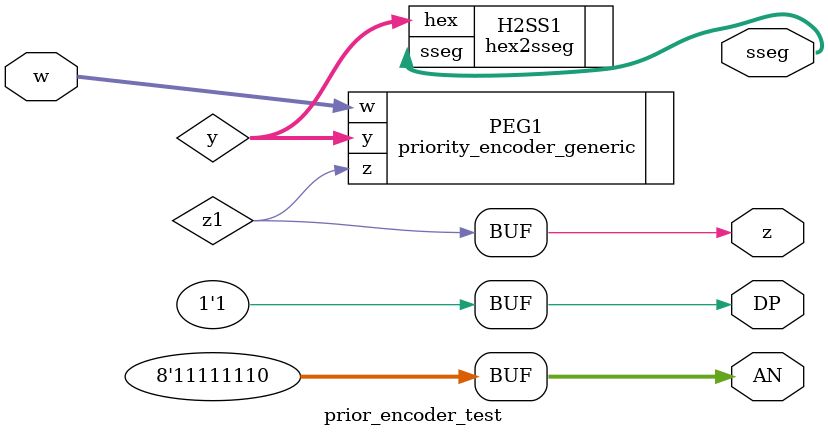
<source format=v>
`timescale 1ns / 1ps


module prior_encoder_test(
    input [15:0] w, 
    output [6:0] sseg,
    output z,DP,
    output [7:0] AN 
    );
    
    wire [3:0] y;
    wire z1;
    priority_encoder_generic #(.N(16)) PEG1(
        .w(w),
        .y(y),
        .z(z1)
    );
    
    hex2sseg H2SS1 (
        .hex(y),
        .sseg(sseg)
    );
    assign z = z1; 
    assign AN = 8'b11111110; 
    assign DP = 1'b1;
endmodule

</source>
